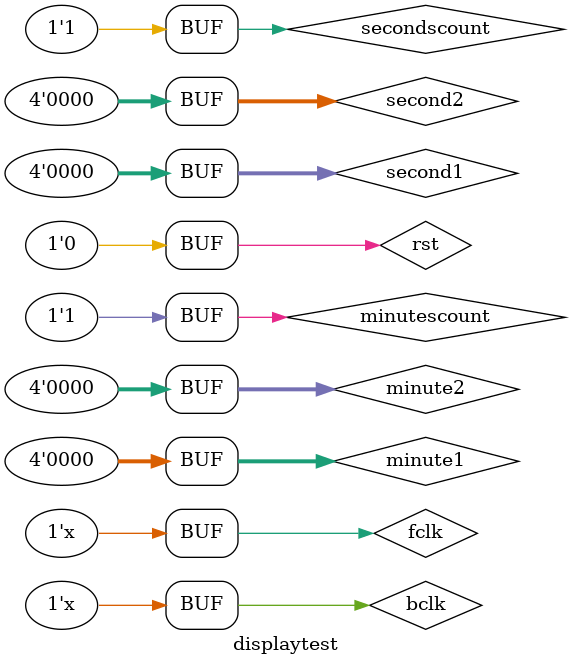
<source format=v>
`timescale 1ns / 1ps


module displaytest;

	// Inputs
	reg fclk;
	reg bclk;
	reg rst;
	reg secondscount;
	reg minutescount;
	reg [3:0] second1;
	reg [3:0] second2;
	reg [3:0] minute1;
	reg [3:0] minute2;

	// Outputs
	wire [7:0] seg;
	wire [3:0] an;

	// Instantiate the Unit Under Test (UUT)
	display uut (
		.fclk(fclk), 
		.bclk(bclk), 
		.rst(rst),
		.secondscount(secondscount),
		.minutescount(minutescount),
		.second1(second1), 
		.second2(second2), 
		.minute1(minute1), 
		.minute2(minute2), 
		.seg(seg), 
		.an(an)
	);

	initial begin
		// Initialize Inputs
		fclk = 0;
		bclk = 0;
		rst = 0;
		secondscount = 1;
		minutescount = 1;
		second1 = 0;
		second2 = 0;
		minute1 = 0;
		minute2 = 0;

		// Wait 100 ns for global reset to finish
		#100;
        
		// Add stimulus here

	end
      always fclk = #5 ~fclk;
		always bclk = #10 ~bclk;
endmodule


</source>
